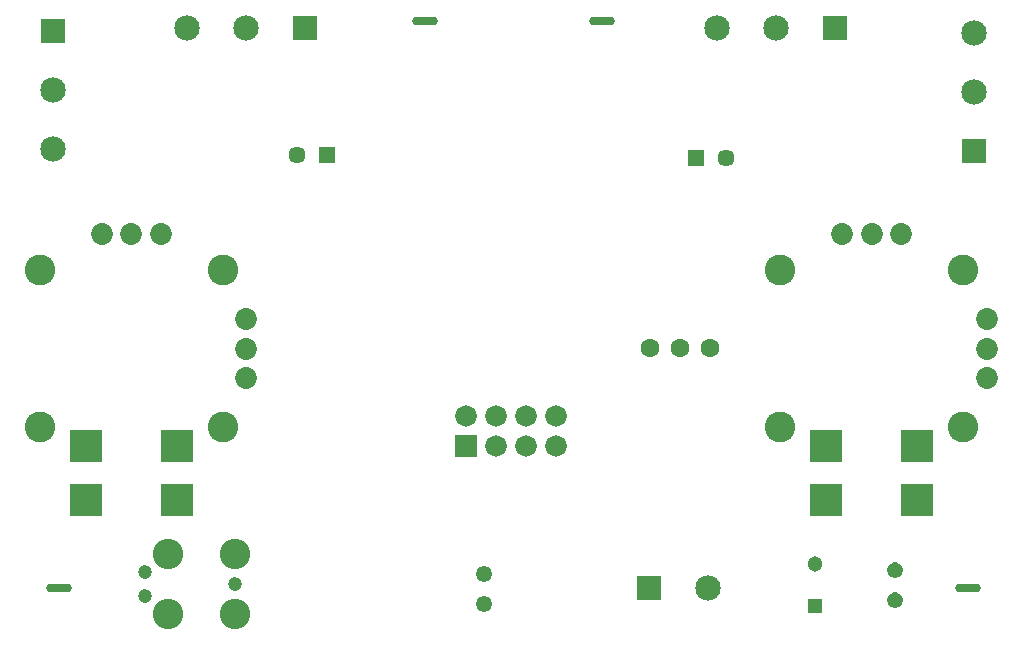
<source format=gbs>
G04*
G04 #@! TF.GenerationSoftware,Altium Limited,Altium Designer,24.2.2 (26)*
G04*
G04 Layer_Color=16711935*
%FSLAX25Y25*%
%MOIN*%
G70*
G04*
G04 #@! TF.SameCoordinates,AF2FB041-FD52-4B01-B4D8-7A83CE53158D*
G04*
G04*
G04 #@! TF.FilePolarity,Negative*
G04*
G01*
G75*
%ADD27C,0.02700*%
%ADD38R,0.07200X0.07200*%
%ADD39C,0.07200*%
%ADD40C,0.10249*%
%ADD41R,0.10721X0.10721*%
%ADD42C,0.07296*%
%ADD43C,0.04700*%
%ADD44C,0.10150*%
%ADD45C,0.06312*%
%ADD46C,0.05131*%
%ADD47R,0.05131X0.05131*%
%ADD48C,0.08477*%
%ADD49R,0.08477X0.08477*%
%ADD50O,0.08595X0.02887*%
%ADD51R,0.08477X0.08477*%
%ADD52C,0.05709*%
%ADD53R,0.05709X0.05709*%
D27*
X516311Y165197D02*
X515915Y166151D01*
X514961Y166547D01*
X514006Y166151D01*
X513611Y165197D01*
X514006Y164242D01*
X514961Y163847D01*
X515915Y164242D01*
X516311Y165197D01*
Y175197D02*
X515915Y176151D01*
X514961Y176547D01*
X514006Y176151D01*
X513611Y175197D01*
X514006Y174242D01*
X514961Y173847D01*
X515915Y174242D01*
X516311Y175197D01*
X379303Y164016D02*
X378907Y164970D01*
X377953Y165366D01*
X376998Y164970D01*
X376603Y164016D01*
X376998Y163061D01*
X377953Y162666D01*
X378907Y163061D01*
X379303Y164016D01*
Y174016D02*
X378907Y174970D01*
X377953Y175366D01*
X376998Y174970D01*
X376603Y174016D01*
X376998Y173061D01*
X377953Y172666D01*
X378907Y173061D01*
X379303Y174016D01*
D38*
X372034Y216535D02*
D03*
D39*
X382034D02*
D03*
X392034D02*
D03*
X402034D02*
D03*
X382034Y226535D02*
D03*
X392034D02*
D03*
X402034D02*
D03*
X372034D02*
D03*
D40*
X290945Y222835D02*
D03*
X229921D02*
D03*
Y275197D02*
D03*
X290945D02*
D03*
X537795Y222835D02*
D03*
X476772D02*
D03*
Y275197D02*
D03*
X537795D02*
D03*
D41*
X275590Y198819D02*
D03*
Y216535D02*
D03*
X245276Y198819D02*
D03*
Y216535D02*
D03*
X522441Y198819D02*
D03*
Y216535D02*
D03*
X492126Y198819D02*
D03*
Y216535D02*
D03*
D42*
X250590Y287402D02*
D03*
X260433D02*
D03*
X270276D02*
D03*
X298819Y258858D02*
D03*
Y249016D02*
D03*
Y239173D02*
D03*
X497441Y287402D02*
D03*
X507283D02*
D03*
X517126D02*
D03*
X545669Y258858D02*
D03*
Y249016D02*
D03*
Y239173D02*
D03*
D43*
X295046Y170520D02*
D03*
X265046Y166524D02*
D03*
Y174516D02*
D03*
D44*
X295046Y160520D02*
D03*
X272546D02*
D03*
X295046Y180520D02*
D03*
X272546D02*
D03*
D45*
X433270Y249222D02*
D03*
X443270D02*
D03*
X453270D02*
D03*
D46*
X488189Y177165D02*
D03*
D47*
Y163386D02*
D03*
D48*
X452756Y169291D02*
D03*
X475239Y355906D02*
D03*
X455554D02*
D03*
X541339Y334646D02*
D03*
Y354331D02*
D03*
X234449Y335434D02*
D03*
Y315749D02*
D03*
X298798Y355906D02*
D03*
X279114D02*
D03*
D49*
X433071Y169291D02*
D03*
X494924Y355906D02*
D03*
X318484D02*
D03*
D50*
X539370Y169291D02*
D03*
X236221D02*
D03*
X417323Y358268D02*
D03*
X358268D02*
D03*
D51*
X541339Y314961D02*
D03*
X234449Y355119D02*
D03*
D52*
X458575Y312785D02*
D03*
X315659Y313771D02*
D03*
D53*
X448575Y312785D02*
D03*
X325659Y313771D02*
D03*
M02*

</source>
